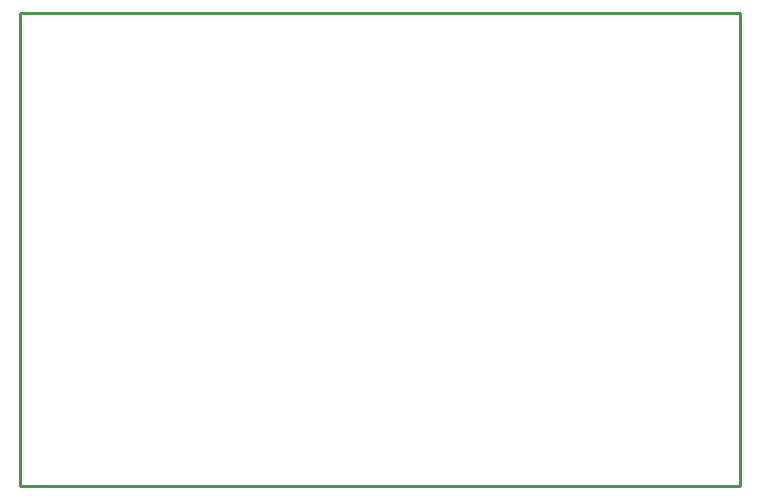
<source format=gko>
G04 Layer: BoardOutlineLayer*
G04 EasyEDA v6.5.39, 2024-02-04 18:14:06*
G04 e2768ddda3314ff98ce937aebec43eb4,5509f98a9368439c9cde498926e245b9,10*
G04 Gerber Generator version 0.2*
G04 Scale: 100 percent, Rotated: No, Reflected: No *
G04 Dimensions in inches *
G04 leading zeros omitted , absolute positions ,3 integer and 6 decimal *
%FSLAX36Y36*%
%MOIN*%

%ADD10C,0.0100*%
D10*
X100000Y1674800D02*
G01*
X100000Y1674800D01*
X2501571Y1674800D01*
X2501570Y100000D01*
X100000Y100000D01*
X100000Y1674800D01*

%LPD*%
M02*

</source>
